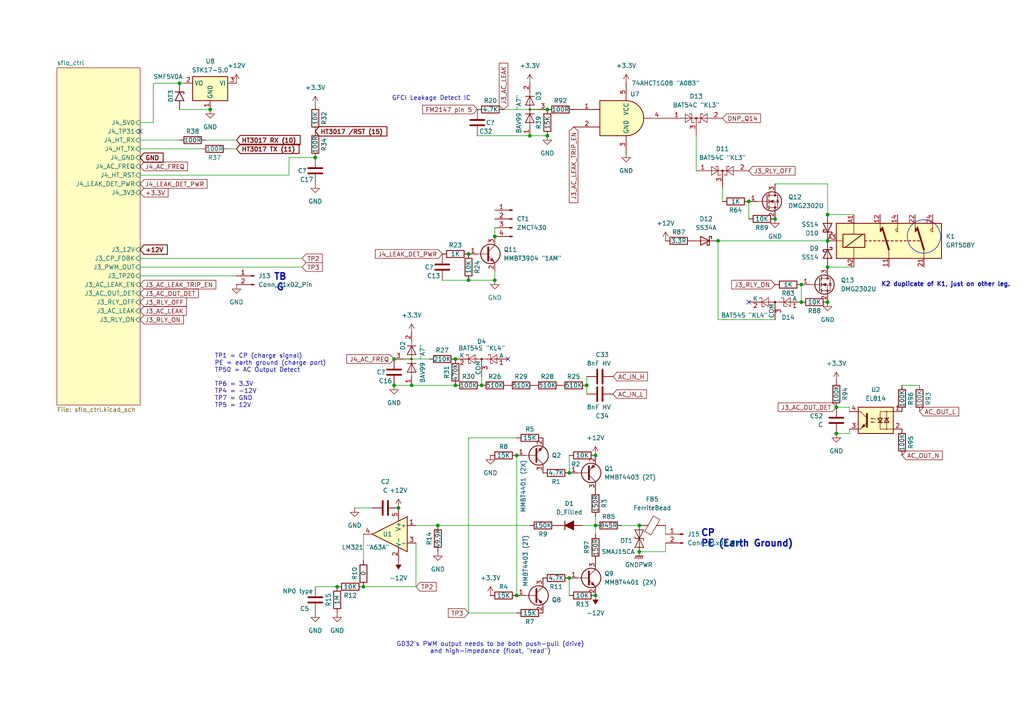
<source format=kicad_sch>
(kicad_sch (version 20250114) (generator "eeschema") (generator_version "9.0")
  (paper "A4")
  (lib_symbols
    (symbol "74xGxx:74AHCT1G08"
      (property "Reference" "U" (at -2.54 3.81 0))
      (property "Value" "74AHCT1G08" (at 0 -3.81 0))
      (symbol "74AHCT1G08_1_1"
        (pin input line (at -15.24 2.54 0) (length 7.62) (name "~") (number "1"))
        (pin input line (at -15.24 -2.54 0) (length 7.62) (name "~") (number "2"))
        (pin power_in line (at 0 10.16 270) (length 5.08) (name "VCC") (number "5"))
        (pin power_in line (at 0 -10.16 90) (length 5.08) (name "GND") (number "3"))
        (pin output line (at 12.7 0 180) (length 7.62) (name "~") (number "4"))
      )
    )
    (symbol "Amplifier_Operational:LM321" (pin_names (offset 0.127))
      (property "Reference" "U" (at 0 7.62 0))
      (property "Value" "LM321" (at 0 5.08 0))
      (symbol "LM321_1_1"
        (pin input line (at -7.62 2.54 0) (length 2.54) (name "+") (number "1"))
        (pin input line (at -7.62 -2.54 0) (length 2.54) (name "-") (number "3"))
        (pin power_in line (at -2.54 7.62 270) (length 3.81) (name "V+") (number "5"))
        (pin power_in line (at -2.54 -7.62 90) (length 3.81) (name "V-") (number "2"))
        (pin output line (at 7.62 0 180) (length 2.54) (name "~") (number "4"))
      )
    )
    (symbol "Connector:Conn_01x02_Pin" (pin_names (offset 1.016) (hide yes))
      (property "Reference" "J" (at 0 2.54 0))
      (property "Value" "Conn_01x02_Pin" (at 0 -5.08 0))
      (symbol "Conn_01x02_Pin_1_1"
        (pin passive line (at 5.08 0 180) (length 3.81) (name "Pin_1") (number "1"))
        (pin passive line (at 5.08 -2.54 180) (length 3.81) (name "Pin_2") (number "2"))
      )
    )
    (symbol "Connector:Conn_01x04_Pin" (pin_names (offset 1.016) (hide yes))
      (property "Reference" "J" (at 0 5.08 0))
      (property "Value" "Conn_01x04_Pin" (at 0 -7.62 0))
      (symbol "Conn_01x04_Pin_1_1"
        (pin passive line (at 5.08 2.54 180) (length 3.81) (name "Pin_1") (number "1"))
        (pin passive line (at 5.08 0 180) (length 3.81) (name "Pin_2") (number "2"))
        (pin passive line (at 5.08 -2.54 180) (length 3.81) (name "Pin_3") (number "3"))
        (pin passive line (at 5.08 -5.08 180) (length 3.81) (name "Pin_4") (number "4"))
      )
    )
    (symbol "Device:C" (pin_numbers (hide yes)) (pin_names (offset 0.254))
      (property "Reference" "C" (at 0.635 2.54 0))
      (property "Value" "C" (at 0.635 -2.54 0))
      (symbol "C_1_1"
        (pin passive line (at 0 3.81 270) (length 2.794) (name "~") (number "1"))
        (pin passive line (at 0 -3.81 90) (length 2.794) (name "~") (number "2"))
      )
    )
    (symbol "Device:D_Filled" (pin_numbers (hide yes)) (pin_names (offset 1.016) (hide yes))
      (property "Reference" "D" (at 0 2.54 0))
      (property "Value" "D_Filled" (at 0 -2.54 0))
      (symbol "D_Filled_1_1"
        (pin passive line (at -3.81 0 0) (length 2.54) (name "K") (number "1"))
        (pin passive line (at 3.81 0 180) (length 2.54) (name "A") (number "2"))
      )
    )
    (symbol "Device:D_Schottky" (pin_numbers (hide yes)) (pin_names (offset 1.016) (hide yes))
      (property "Reference" "D" (at 0 2.54 0))
      (property "Value" "D_Schottky" (at 0 -2.54 0))
      (symbol "D_Schottky_1_1"
        (pin passive line (at -3.81 0 0) (length 2.54) (name "K") (number "1"))
        (pin passive line (at 3.81 0 180) (length 2.54) (name "A") (number "2"))
      )
    )
    (symbol "Device:FerriteBead" (pin_numbers (hide yes)) (pin_names (offset 0))
      (property "Reference" "FB" (at -3.81 0.635 90))
      (property "Value" "FerriteBead" (at 3.81 0 90))
      (symbol "FerriteBead_1_1"
        (pin passive line (at 0 3.81 270) (length 2.54) (name "~") (number "1"))
        (pin passive line (at 0 -3.81 90) (length 2.54) (name "~") (number "2"))
      )
    )
    (symbol "Device:R" (pin_numbers (hide yes)) (pin_names (offset 0))
      (property "Reference" "R" (at 2.032 0 90))
      (property "Value" "R" (at 0 0 90))
      (symbol "R_1_1"
        (pin passive line (at 0 3.81 270) (length 1.27) (name "~") (number "1"))
        (pin passive line (at 0 -3.81 90) (length 1.27) (name "~") (number "2"))
      )
    )
    (symbol "Diode:BAT54C" (pin_names (offset 1.016))
      (property "Reference" "D" (at 0.635 -3.81 0))
      (property "Value" "BAT54C" (at -6.35 3.175 0))
      (symbol "BAT54C_1_1"
        (pin passive line (at -7.62 0 0) (length 3.81) (name "~") (number "1"))
        (pin passive line (at 0 -5.08 90) (length 5.08) (name "~") (number "3"))
        (pin passive line (at 7.62 0 180) (length 3.81) (name "~") (number "2"))
      )
    )
    (symbol "Diode:BAT54S" (pin_names (offset 0))
      (property "Reference" "D" (at 2.54 -5.08 0))
      (property "Value" "BAT54S" (at -6.35 3.175 0))
      (symbol "BAT54S_1_1"
        (pin passive line (at -7.62 0 0) (length 3.81) (name "A") (number "1"))
        (pin passive line (at 0 -5.08 90) (length 5.08) (name "COM") (number "3"))
        (pin passive line (at 7.62 0 180) (length 3.81) (name "K") (number "2"))
      )
    )
    (symbol "Diode:BAV99" (pin_names (hide yes))
      (property "Reference" "D" (at 0 5.08 0))
      (property "Value" "BAV99" (at 0 2.54 0))
      (symbol "BAV99_1_1"
        (pin passive line (at -7.62 0 0) (length 2.54) (name "K") (number "1"))
        (pin passive line (at 0 -5.08 90) (length 2.54) (name "K") (number "3"))
        (pin passive line (at 7.62 0 180) (length 2.54) (name "A") (number "2"))
      )
    )
    (symbol "Diode:SMAJ15CA" (pin_numbers (hide yes)) (pin_names (offset 1.016) (hide yes))
      (property "Reference" "D" (at 0 2.54 0))
      (property "Value" "SMAJ15CA" (at 0 -2.54 0))
      (symbol "SMAJ15CA_1_1"
        (pin passive line (at -3.81 0 0) (length 2.54) (name "A1") (number "1"))
        (pin passive line (at 3.81 0 180) (length 2.54) (name "A2") (number "2"))
      )
    )
    (symbol "Diode:SMF5V0A" (pin_numbers (hide yes)) (pin_names (offset 1.016) (hide yes))
      (property "Reference" "D" (at 0 2.54 0))
      (property "Value" "SMF5V0A" (at 0 -2.54 0))
      (symbol "SMF5V0A_1_1"
        (pin passive line (at -3.81 0 0) (length 2.54) (name "A1") (number "1"))
        (pin passive line (at 3.81 0 180) (length 2.54) (name "A2") (number "2"))
      )
    )
    (symbol "Diode:SS14" (pin_numbers (hide yes)) (pin_names (offset 1.016) (hide yes))
      (property "Reference" "D" (at 0 2.54 0))
      (property "Value" "SS14" (at 0 -2.54 0))
      (symbol "SS14_1_1"
        (pin passive line (at -3.81 0 0) (length 2.54) (name "K") (number "1"))
        (pin passive line (at 3.81 0 180) (length 2.54) (name "A") (number "2"))
      )
    )
    (symbol "Isolator:EL814" (pin_names (offset 1.016))
      (property "Reference" "U" (at -5.334 4.826 0))
      (property "Value" "EL814" (at 0 5.08 0))
      (symbol "EL814_1_1"
        (pin passive line (at -7.62 2.54 0) (length 2.54) (name "~") (number "1"))
        (pin passive line (at -7.62 -2.54 0) (length 2.54) (name "~") (number "2"))
        (pin passive line (at 7.62 2.54 180) (length 2.54) (name "~") (number "4"))
        (pin passive line (at 7.62 -2.54 180) (length 2.54) (name "~") (number "3"))
      )
    )
    (symbol "Regulator_Linear:AMS1117-3.3"
      (property "Reference" "U" (at -3.81 3.175 0))
      (property "Value" "AMS1117-3.3" (at 0 3.175 0))
      (symbol "AMS1117-3.3_1_1"
        (pin power_in line (at -7.62 0 0) (length 2.54) (name "VI") (number "3"))
        (pin power_in line (at 0 -7.62 90) (length 2.54) (name "GND") (number "1"))
        (pin power_out line (at 7.62 0 180) (length 2.54) (name "VO") (number "2"))
      )
    )
    (symbol "Relay:RT42xFxx"
      (property "Reference" "K" (at 16.51 3.81 0))
      (property "Value" "RT42xFxx" (at 16.51 1.27 0))
      (symbol "RT42xFxx_1_1"
        (pin passive line (at -17.78 0 0) (length 2.54) (name "~") (number "A3"))
        (pin passive line (at -10.16 7.62 270) (length 2.54) (name "~") (number "A1"))
        (pin passive line (at -10.16 -7.62 90) (length 2.54) (name "~") (number "A2"))
        (pin passive line (at -2.54 7.62 270) (length 2.54) (name "~") (number "12"))
        (pin passive line (at 0 -7.62 90) (length 2.54) (name "~") (number "11"))
        (pin passive line (at 2.54 7.62 270) (length 2.54) (name "~") (number "14"))
        (pin passive line (at 7.62 7.62 270) (length 2.54) (name "~") (number "22"))
        (pin passive line (at 10.16 -7.62 90) (length 2.54) (name "~") (number "21"))
        (pin passive line (at 12.7 7.62 270) (length 2.54) (name "~") (number "24"))
      )
    )
    (symbol "Transistor_BJT:MMBT3904" (pin_names (offset 0) (hide yes))
      (property "Reference" "Q" (at 5.08 1.905 0))
      (property "Value" "MMBT3904" (at 5.08 0 0))
      (symbol "MMBT3904_1_1"
        (pin input line (at -5.08 0 0) (length 2.54) (name "B") (number "1"))
        (pin passive line (at 2.54 5.08 270) (length 2.54) (name "C") (number "3"))
        (pin passive line (at 2.54 -5.08 90) (length 2.54) (name "E") (number "2"))
      )
    )
    (symbol "Transistor_BJT:MMBT3906" (pin_names (offset 0) (hide yes))
      (property "Reference" "Q" (at 5.08 1.905 0))
      (property "Value" "MMBT3906" (at 5.08 0 0))
      (symbol "MMBT3906_1_1"
        (pin input line (at -5.08 0 0) (length 2.54) (name "B") (number "1"))
        (pin passive line (at 2.54 5.08 270) (length 2.54) (name "C") (number "3"))
        (pin passive line (at 2.54 -5.08 90) (length 2.54) (name "E") (number "2"))
      )
    )
    (symbol "Transistor_FET:DMG2302U" (pin_names (offset 0) (hide yes))
      (property "Reference" "Q" (at 5.08 1.905 0))
      (property "Value" "DMG2302U" (at 5.08 0 0))
      (symbol "DMG2302U_1_1"
        (pin input line (at -5.08 0 0) (length 2.54) (name "G") (number "1"))
        (pin passive line (at 2.54 5.08 270) (length 2.54) (name "D") (number "3"))
        (pin passive line (at 2.54 -5.08 90) (length 2.54) (name "S") (number "2"))
      )
    )
    (symbol "power:+12V" (power) (pin_numbers (hide yes)) (pin_names (offset 0) (hide yes))
      (property "Value" "+12V" (at 0 3.556 0))
      (symbol "+12V_1_1"
        (pin power_in line (at 0 0 90) (length 0) (name "~") (number "1"))
      )
    )
    (symbol "power:+3.3V" (power) (pin_numbers (hide yes)) (pin_names (offset 0) (hide yes))
      (property "Value" "+3.3V" (at 0 3.556 0))
      (symbol "+3.3V_1_1"
        (pin power_in line (at 0 0 90) (length 0) (name "~") (number "1"))
      )
    )
    (symbol "power:-12V" (power) (pin_numbers (hide yes)) (pin_names (offset 0) (hide yes))
      (property "Value" "-12V" (at 0 3.556 0))
      (symbol "-12V_0_0"
        (pin power_in line (at 0 0 90) (length 0) (name "~") (number "1"))
      )
    )
    (symbol "power:GND" (power) (pin_numbers (hide yes)) (pin_names (offset 0) (hide yes))
      (property "Value" "GND" (at 0 -3.81 0))
      (symbol "GND_1_1"
        (pin power_in line (at 0 0 270) (length 0) (name "~") (number "1"))
      )
    )
    (symbol "power:GNDPWR" (power) (pin_numbers (hide yes)) (pin_names (offset 0) (hide yes))
      (property "Value" "GNDPWR" (at 0 -3.302 0))
      (symbol "GNDPWR_1_1"
        (pin power_in line (at 0 0 270) (length 0) (name "~") (number "1"))
      )
    )
  )
  (circle (center 267.97 68.58) (radius 4.836) (fill (type color)))
  (text "K2 duplicate of K1, just on other leg." (at 274.32 82.55 0) (effects (font (size 1.27 1.27) (thickness 0.254) (bold yes))))
  (text "GFCI Leakage Detect IC" (at 125.095 28.575 0) (effects (font (size 1.27 1.27))))
  (text "CP\nPE (Earth Ground)" (at 203.2 156.21 0) (effects (font (size 1.905 1.905) (thickness 0.381) (bold yes)) (justify left)))
  (text "TB\nG" (at 81.28 81.915 0) (effects (font (size 1.905 1.905) (thickness 0.381) (bold yes))))
  (text "GD32's PWM output needs to be both push-pull (drive)\nand high-impedance (float, \"read\")" (at 142.24 187.96 0) (effects (font (size 1.27 1.27))))
  (text "TP1 = CP (charge signal)\nPE = earth ground (charge port)\nTP50 = AC Output Detect\n\nTP6 = 3.3V\nTP4 = -12V\nTP7 = GND\nTP5 = 12V" (at 62.23 110.49 0) (effects (font (size 1.27 1.27)) (justify left)))
  (junction (at 172.72 172.72))
  (junction (at 149.86 172.72))
  (junction (at 119.38 111.76))
  (junction (at 158.75 31.75))
  (junction (at 240.03 69.85))
  (junction (at 158.75 39.37))
  (junction (at 149.86 132.08))
  (junction (at 132.08 111.76))
  (junction (at 224.79 63.5))
  (junction (at 242.57 118.11))
  (junction (at 91.44 45.72))
  (junction (at 114.3 104.14))
  (junction (at 135.89 81.28))
  (junction (at 105.41 170.18))
  (junction (at 240.03 62.23))
  (junction (at 143.51 68.58))
  (junction (at 115.57 147.32))
  (junction (at 135.89 73.66))
  (junction (at 97.79 170.18))
  (junction (at 165.1 167.64))
  (junction (at 127 152.4))
  (junction (at 132.08 104.14))
  (junction (at 153.67 39.37))
  (junction (at 172.72 152.4))
  (junction (at 114.3 111.76))
  (junction (at 172.72 132.08))
  (junction (at 217.17 58.42))
  (junction (at 52.07 24.13))
  (junction (at 165.1 137.16))
  (junction (at 232.41 82.55))
  (junction (at 185.42 152.4))
  (junction (at 170.18 111.76))
  (junction (at 240.03 77.47))
  (junction (at 240.03 87.63))
  (junction (at 143.51 81.28))
  (junction (at 185.42 160.02))
  (junction (at 60.96 31.75))
  (junction (at 242.57 125.73))
  (junction (at 208.28 69.85))
  (junction (at 139.7 111.76))
  (junction (at 232.41 87.63))
  (no_connect (at 40.64 38.1))
  (no_connect (at 147.32 104.14))
  (no_connect (at 217.17 87.63))
  (wire (pts (xy 242.57 118.11) (xy 246.38 118.11)))
  (wire (pts (xy 224.79 92.71) (xy 208.28 92.71)))
  (wire (pts (xy 139.7 109.22) (xy 139.7 111.76)))
  (wire (pts (xy 52.07 31.75) (xy 60.96 31.75)))
  (wire (pts (xy 40.64 35.56) (xy 44.45 35.56)))
  (wire (pts (xy 153.67 39.37) (xy 158.75 39.37)))
  (wire (pts (xy 40.64 77.47) (xy 87.63 77.47)))
  (wire (pts (xy 246.38 118.11) (xy 246.38 119.38)))
  (wire (pts (xy 40.64 43.18) (xy 58.42 43.18)))
  (wire (pts (xy 120.65 157.48) (xy 120.65 170.18)))
  (wire (pts (xy 128.27 81.28) (xy 135.89 81.28)))
  (wire (pts (xy 83.82 45.72) (xy 91.44 45.72)))
  (wire (pts (xy 172.72 149.86) (xy 172.72 152.4)))
  (wire (pts (xy 135.89 127) (xy 149.86 127)))
  (wire (pts (xy 165.1 167.64) (xy 165.1 172.72)))
  (wire (pts (xy 119.38 111.76) (xy 132.08 111.76)))
  (wire (pts (xy 172.72 152.4) (xy 172.72 154.94)))
  (wire (pts (xy 165.1 132.08) (xy 165.1 137.16)))
  (wire (pts (xy 40.64 50.8) (xy 83.82 50.8)))
  (wire (pts (xy 240.03 77.47) (xy 247.65 77.47)))
  (wire (pts (xy 40.64 80.01) (xy 68.58 80.01)))
  (wire (pts (xy 217.17 58.42) (xy 217.17 63.5)))
  (wire (pts (xy 209.55 54.61) (xy 209.55 58.42)))
  (wire (pts (xy 44.45 35.56) (xy 44.45 24.13)))
  (wire (pts (xy 232.41 82.55) (xy 232.41 87.63)))
  (wire (pts (xy 59.69 40.64) (xy 68.58 40.64)))
  (wire (pts (xy 146.05 31.75) (xy 158.75 31.75)))
  (wire (pts (xy 66.04 43.18) (xy 68.58 43.18)))
  (wire (pts (xy 143.51 66.04) (xy 143.51 68.58)))
  (wire (pts (xy 149.86 132.08) (xy 149.86 172.72)))
  (wire (pts (xy 242.57 125.73) (xy 246.38 125.73)))
  (wire (pts (xy 120.65 170.18) (xy 105.41 170.18)))
  (wire (pts (xy 135.89 177.8) (xy 135.89 127)))
  (wire (pts (xy 208.28 92.71) (xy 208.28 69.85)))
  (wire (pts (xy 143.51 81.28) (xy 143.51 78.74)))
  (wire (pts (xy 168.91 152.4) (xy 172.72 152.4)))
  (wire (pts (xy 114.3 104.14) (xy 124.46 104.14)))
  (wire (pts (xy 91.44 170.18) (xy 97.79 170.18)))
  (wire (pts (xy 201.93 39.37) (xy 201.93 49.53)))
  (wire (pts (xy 40.64 40.64) (xy 52.07 40.64)))
  (wire (pts (xy 180.34 152.4) (xy 185.42 152.4)))
  (wire (pts (xy 83.82 50.8) (xy 83.82 45.72)))
  (wire (pts (xy 246.38 125.73) (xy 246.38 124.46)))
  (wire (pts (xy 52.07 24.13) (xy 53.34 24.13)))
  (wire (pts (xy 44.45 24.13) (xy 52.07 24.13)))
  (wire (pts (xy 208.28 69.85) (xy 240.03 69.85)))
  (wire (pts (xy 240.03 53.34) (xy 240.03 62.23)))
  (wire (pts (xy 102.87 147.32) (xy 107.95 147.32)))
  (wire (pts (xy 138.43 39.37) (xy 153.67 39.37)))
  (wire (pts (xy 135.89 177.8) (xy 149.86 177.8)))
  (wire (pts (xy 240.03 62.23) (xy 247.65 62.23)))
  (wire (pts (xy 193.04 152.4) (xy 193.04 154.94)))
  (wire (pts (xy 185.42 160.02) (xy 193.04 160.02)))
  (wire (pts (xy 40.64 74.93) (xy 87.63 74.93)))
  (wire (pts (xy 105.41 162.56) (xy 105.41 154.94)))
  (wire (pts (xy 170.18 109.22) (xy 170.18 111.76)))
  (wire (pts (xy 135.89 81.28) (xy 143.51 81.28)))
  (wire (pts (xy 120.65 152.4) (xy 127 152.4)))
  (wire (pts (xy 193.04 157.48) (xy 193.04 160.02)))
  (wire (pts (xy 114.3 111.76) (xy 119.38 111.76)))
  (wire (pts (xy 224.79 53.34) (xy 240.03 53.34)))
  (wire (pts (xy 127 152.4) (xy 153.67 152.4)))
  (wire (pts (xy 261.62 111.76) (xy 266.7 111.76)))
  (wire (pts (xy 170.18 111.76) (xy 170.18 114.3)))
  (global_label "TP2" (shape input) (at 120.65 170.18 0) (property "Intersheetrefs" "${INTERSHEET_REFS}" (effects (hide yes))))
  (global_label "TP3" (shape input) (at 135.89 177.8 180) (property "Intersheetrefs" "${INTERSHEET_REFS}" (effects (hide yes))))
  (global_label "TP2" (shape input) (at 87.63 74.93 0) (property "Intersheetrefs" "${INTERSHEET_REFS}" (effects (hide yes))))
  (global_label "J4_AC_FREQ" (shape input) (at 40.64 48.26 0) (property "Intersheetrefs" "${INTERSHEET_REFS}" (effects (hide yes))))
  (global_label "J3_AC_OUT_DET" (shape input) (at 40.64 85.09 0) (property "Intersheetrefs" "${INTERSHEET_REFS}" (effects (hide yes))))
  (global_label "AC_IN_H" (shape input) (at 177.8 109.22 0) (property "Intersheetrefs" "${INTERSHEET_REFS}" (effects (hide yes))))
  (global_label "J3_AC_OUT_DET" (shape input) (at 242.57 118.11 180) (property "Intersheetrefs" "${INTERSHEET_REFS}" (effects (hide yes))))
  (global_label "HT3017 {slash}RST (15)" (shape input) (at 91.44 38.1 0) (effects (font (thickness 0.254) (bold yes))) (property "Intersheetrefs" "${INTERSHEET_REFS}" (effects (hide yes))))
  (global_label "J3_AC_LEAK" (shape input) (at 146.05 31.75 90) (property "Intersheetrefs" "${INTERSHEET_REFS}" (effects (hide yes))))
  (global_label "J3_AC_LEAK_TRIP_EN" (shape input) (at 40.64 82.55 0) (property "Intersheetrefs" "${INTERSHEET_REFS}" (effects (hide yes))))
  (global_label "FM2147 pin 5" (shape input) (at 138.43 31.75 180) (property "Intersheetrefs" "${INTERSHEET_REFS}" (effects (hide yes))))
  (global_label "AC_OUT_N" (shape input) (at 261.62 132.08 0) (property "Intersheetrefs" "${INTERSHEET_REFS}" (effects (hide yes))))
  (global_label "J3_RLY_OFF" (shape input) (at 217.17 49.53 0) (property "Intersheetrefs" "${INTERSHEET_REFS}" (effects (hide yes))))
  (global_label "HT3017 RX (10)" (shape input) (at 68.58 40.64 0) (effects (font (thickness 0.254) (bold yes))) (property "Intersheetrefs" "${INTERSHEET_REFS}" (effects (hide yes))))
  (global_label "+12V" (shape input) (at 40.64 72.39 0) (effects (font (thickness 0.254) (bold yes))) (property "Intersheetrefs" "${INTERSHEET_REFS}" (effects (hide yes))))
  (global_label "J4_LEAK_DET_PWR" (shape input) (at 40.64 53.34 0) (property "Intersheetrefs" "${INTERSHEET_REFS}" (effects (hide yes))))
  (global_label "AC_OUT_L" (shape input) (at 266.7 119.38 0) (property "Intersheetrefs" "${INTERSHEET_REFS}" (effects (hide yes))))
  (global_label "J3_AC_LEAK_TRIP_EN" (shape input) (at 166.37 36.83 270) (property "Intersheetrefs" "${INTERSHEET_REFS}" (effects (hide yes))))
  (global_label "AC_IN_L" (shape input) (at 177.8 114.3 0) (property "Intersheetrefs" "${INTERSHEET_REFS}" (effects (hide yes))))
  (global_label "TP3" (shape input) (at 87.63 77.47 0) (property "Intersheetrefs" "${INTERSHEET_REFS}" (effects (hide yes))))
  (global_label "J3_RLY_ON" (shape input) (at 224.79 82.55 180) (property "Intersheetrefs" "${INTERSHEET_REFS}" (effects (hide yes))))
  (global_label "J3_RLY_OFF" (shape input) (at 40.64 87.63 0) (property "Intersheetrefs" "${INTERSHEET_REFS}" (effects (hide yes))))
  (global_label "J3_RLY_ON" (shape input) (at 40.64 92.71 0) (property "Intersheetrefs" "${INTERSHEET_REFS}" (effects (hide yes))))
  (global_label "J4_AC_FREQ" (shape input) (at 114.3 104.14 180) (property "Intersheetrefs" "${INTERSHEET_REFS}" (effects (hide yes))))
  (global_label "J4_LEAK_DET_PWR" (shape input) (at 128.27 73.66 180) (property "Intersheetrefs" "${INTERSHEET_REFS}" (effects (hide yes))))
  (global_label "J3_AC_LEAK" (shape input) (at 40.64 90.17 0) (property "Intersheetrefs" "${INTERSHEET_REFS}" (effects (hide yes))))
  (global_label "DNP_Q14" (shape input) (at 209.55 34.29 0) (property "Intersheetrefs" "${INTERSHEET_REFS}" (effects (hide yes))))
  (global_label "HT3017 TX (11)" (shape input) (at 68.58 43.18 0) (effects (font (thickness 0.254) (bold yes))) (property "Intersheetrefs" "${INTERSHEET_REFS}" (effects (hide yes))))
  (global_label "+3.3V" (shape input) (at 40.64 55.88 0) (property "Intersheetrefs" "${INTERSHEET_REFS}" (effects (hide yes))))
  (global_label "GND" (shape input) (at 40.64 45.72 0) (effects (font (thickness 0.254) (bold yes))) (property "Intersheetrefs" "${INTERSHEET_REFS}" (effects (hide yes))))
  (symbol (lib_id "power:+12V") (at 115.57 147.32 0) (mirror y) (unit 1)
    (property "Reference" "#PWR06" (effects (hide yes)))
    (property "Value" "+12V" (at 115.57 142.24 0))
    (property "Description" "Power symbol creates a global label with name \"+12V\"" (effects (hide yes)))
  )
  (symbol (lib_id "Device:C") (at 138.43 35.56 0) (unit 1)
    (property "Reference" "C32" (at 142.875 38.1 0) (effects (justify right)))
    (property "Value" "C?" (at 143.51 35.56 0) (effects (justify right)))
    (property "Description" "Unpolarized capacitor" (effects (hide yes)))
  )
  (symbol (lib_id "Connector:Conn_01x02_Pin") (at 198.12 154.94 0) (mirror y) (unit 1)
    (property "Reference" "J15" (at 199.39 154.9399 0) (effects (justify right)))
    (property "Value" "Conn_01x02_Pin" (at 199.39 157.4799 0) (effects (justify right)))
    (property "Description" "Generic connector, single row, 01x02, script generated" (effects (hide yes)))
  )
  (symbol (lib_id "power:GND") (at 158.75 39.37 0) (unit 1)
    (property "Reference" "#PWR07" (effects (hide yes)))
    (property "Value" "GND" (at 158.75 44.45 0))
    (property "Description" "Power symbol creates a global label with name \"GND\" , ground" (effects (hide yes)))
  )
  (symbol (lib_id "power:+3.3V") (at 142.24 172.72 0) (unit 1)
    (property "Reference" "#PWR021" (effects (hide yes)))
    (property "Value" "+3.3V" (at 142.24 167.64 0))
    (property "Description" "Power symbol creates a global label with name \"+3.3V\"" (effects (hide yes)))
  )
  (symbol (lib_id "power:GND") (at 102.87 147.32 0) (unit 1)
    (property "Reference" "#PWR025" (effects (hide yes)))
    (property "Value" "GND" (at 102.87 152.4 0))
    (property "Description" "Power symbol creates a global label with name \"GND\" , ground" (effects (hide yes)))
  )
  (symbol (lib_id "Device:R") (at 161.29 167.64 90) (unit 1)
    (property "Reference" "R11" (at 161.29 170.18 90))
    (property "Value" "4.7K" (at 161.29 167.64 90))
    (property "Description" "Resistor" (effects (hide yes)))
  )
  (symbol (lib_id "Connector:Conn_01x02_Pin") (at 73.66 80.01 0) (mirror y) (unit 1)
    (property "Reference" "J13" (at 74.93 80.0099 0) (effects (justify right)))
    (property "Value" "Conn_01x02_Pin" (at 74.93 82.5499 0) (effects (justify right)))
    (property "Description" "Generic connector, single row, 01x02, script generated" (effects (hide yes)))
  )
  (symbol (lib_id "power:GNDPWR") (at 185.42 160.02 0) (unit 1)
    (property "Reference" "#PWR016" (effects (hide yes)))
    (property "Value" "GNDPWR" (at 185.293 163.83 0))
    (property "Description" "Power symbol creates a global label with name \"GNDPWR\" , global ground" (effects (hide yes)))
  )
  (symbol (lib_id "Device:R") (at 172.72 158.75 180) (unit 1)
    (property "Reference" "R97" (at 170.18 158.75 90))
    (property "Value" "150R" (at 172.72 158.75 90))
    (property "Description" "Resistor" (effects (hide yes)))
  )
  (symbol (lib_id "Device:R") (at 220.98 63.5 90) (unit 1)
    (property "Reference" "R89" (at 220.98 66.04 90))
    (property "Value" "10K" (at 220.98 63.5 90))
    (property "Description" "Resistor" (effects (hide yes)))
  )
  (symbol (lib_id "Device:C") (at 242.57 121.92 0) (unit 1)
    (property "Reference" "C52" (at 238.76 120.6499 0) (effects (justify right)))
    (property "Value" "C" (at 238.76 123.1899 0) (effects (justify right)))
    (property "Description" "Unpolarized capacitor" (effects (hide yes)))
  )
  (symbol (lib_id "Device:R") (at 97.79 173.99 0) (mirror y) (unit 1)
    (property "Reference" "R15" (at 95.25 173.99 90))
    (property "Value" "1M" (at 97.79 173.99 90))
    (property "Description" "Resistor" (effects (hide yes)))
  )
  (symbol (lib_id "power:+12V") (at 193.04 69.85 0) (unit 1)
    (property "Reference" "#PWR09" (effects (hide yes)))
    (property "Value" "+12V" (at 193.04 64.77 0))
    (property "Description" "Power symbol creates a global label with name \"+12V\"" (effects (hide yes)))
  )
  (symbol (lib_id "Device:R") (at 143.51 111.76 270) (unit 1)
    (property "Reference" "R26" (at 143.51 109.22 90))
    (property "Value" "510K" (at 143.51 111.76 90))
    (property "Description" "Resistor" (effects (hide yes)))
  )
  (symbol (lib_id "Diode:SS14") (at 240.03 66.04 270) (mirror x) (unit 1)
    (property "Reference" "D10" (at 237.49 67.6276 90) (effects (justify right)))
    (property "Value" "SS14" (at 237.49 65.0876 90) (effects (justify right)))
    (property "Footprint" "Diode_SMD:D_SMA" (effects (hide yes)))
    (property "Datasheet" "https://www.vishay.com/docs/88746/ss12.pdf" (effects (hide yes)))
    (property "Description" "40V 1A Schottky Diode, SMA" (effects (hide yes)))
  )
  (symbol (lib_id "Device:R") (at 176.53 152.4 90) (unit 1)
    (property "Reference" "R85" (at 176.53 149.86 90))
    (property "Value" "845R" (at 176.53 152.4 90))
    (property "Description" "Resistor" (effects (hide yes)))
  )
  (symbol (lib_id "Device:R") (at 162.56 31.75 90) (unit 1)
    (property "Reference" "R92" (at 162.56 29.21 90))
    (property "Value" "100R" (at 162.56 31.75 90))
    (property "Description" "Resistor" (effects (hide yes)))
  )
  (symbol (lib_id "Device:R") (at 261.62 128.27 0) (mirror x) (unit 1)
    (property "Reference" "R95" (at 264.16 126.365 90) (effects (justify left)))
    (property "Value" "100K" (at 261.62 125.73 90) (effects (justify left)))
    (property "Description" "Resistor" (effects (hide yes)))
  )
  (symbol (lib_id "Device:C") (at 173.99 114.3 90) (unit 1)
    (property "Reference" "C34" (at 172.72 120.65 90) (effects (justify right)))
    (property "Value" "8nF HV" (at 170.18 118.11 90) (effects (justify right)))
    (property "Description" "Unpolarized capacitor" (effects (hide yes)))
  )
  (symbol (lib_id "power:GND") (at 60.96 31.75 0) (unit 1)
    (property "Reference" "#PWR014" (effects (hide yes)))
    (property "Value" "GND" (at 60.96 36.83 0))
    (property "Description" "Power symbol creates a global label with name \"GND\" , ground" (effects (hide yes)))
  )
  (symbol (lib_id "Transistor_BJT:MMBT3904") (at 140.97 73.66 0) (unit 1)
    (property "Reference" "Q11" (at 146.05 72.3899 0) (effects (justify left)))
    (property "Value" "MMBT3904 \"1AM\"" (at 146.05 74.9299 0) (effects (justify left)))
    (property "Footprint" "Package_TO_SOT_SMD:SOT-23" (effects (hide yes)))
    (property "Datasheet" "https://www.onsemi.com/pdf/datasheet/pzt3904-d.pdf" (effects (hide yes)))
    (property "Description" "0.2A Ic, 40V Vce, Small Signal NPN Transistor, SOT-23" (effects (hide yes)))
  )
  (symbol (lib_id "Transistor_BJT:MMBT3906") (at 170.18 137.16 0) (mirror x) (unit 1)
    (property "Reference" "Q1" (at 175.26 135.89 0) (effects (justify left)))
    (property "Value" "MMBT4403 (2T)" (at 175.26 138.43 0) (effects (justify left)))
    (property "Footprint" "Package_TO_SOT_SMD:SOT-23" (effects (hide yes)))
    (property "Datasheet" "https://www.onsemi.com/pdf/datasheet/pzt3906-d.pdf" (effects (hide yes)))
    (property "Description" "-0.2A Ic, -40V Vce, Small Signal PNP Transistor, SOT-23" (effects (hide yes)))
  )
  (symbol (lib_id "power:+3.3V") (at 119.38 96.52 0) (unit 1)
    (property "Reference" "#PWR028" (effects (hide yes)))
    (property "Value" "+3.3V" (at 119.38 91.44 0))
    (property "Description" "Power symbol creates a global label with name \"+3.3V\"" (effects (hide yes)))
  )
  (symbol (lib_id "Diode:BAT54S") (at 139.7 104.14 0) (mirror y) (unit 1)
    (property "Reference" "D4" (at 139.7 99.06 0))
    (property "Value" "BAT54S \"KL4\"" (at 139.7 100.965 0))
    (property "Footprint" "Package_TO_SOT_SMD:SOT-23" (effects (hide yes)))
    (property "Datasheet" "https://www.diodes.com/assets/Datasheets/ds11005.pdf" (effects (hide yes)))
    (property "Description" "Vr 30V, If 200mA, Dual schottky barrier diode, in series, SOT-323" (effects (hide yes)))
  )
  (symbol (lib_id "Connector:Conn_01x04_Pin") (at 148.59 63.5 0) (mirror y) (unit 1)
    (property "Reference" "CT1" (at 149.86 63.4999 0) (effects (justify right)))
    (property "Value" "ZMCT430" (at 149.86 66.0399 0) (effects (justify right)))
    (property "Description" "Generic connector, single row, 01x04, script generated" (effects (hide yes)))
  )
  (symbol (lib_id "power:GND") (at 142.24 132.08 0) (unit 1)
    (property "Reference" "#PWR019" (effects (hide yes)))
    (property "Value" "GND" (at 142.24 137.16 0))
    (property "Description" "Power symbol creates a global label with name \"GND\" , ground" (effects (hide yes)))
  )
  (symbol (lib_id "Device:R") (at 132.08 107.95 180) (unit 1)
    (property "Reference" "R31" (at 129.54 107.95 90))
    (property "Value" "470K" (at 132.08 107.95 90))
    (property "Description" "Resistor" (effects (hide yes)))
  )
  (symbol (lib_id "power:+12V") (at 172.72 132.08 0) (unit 1)
    (property "Reference" "#PWR017" (effects (hide yes)))
    (property "Value" "+12V" (at 172.72 127 0))
    (property "Description" "Power symbol creates a global label with name \"+12V\"" (effects (hide yes)))
  )
  (symbol (lib_id "Device:R") (at 242.57 114.3 0) (unit 1)
    (property "Reference" "R94" (at 245.11 116.205 90) (effects (justify left)))
    (property "Value" "100K" (at 242.57 116.84 90) (effects (justify left)))
    (property "Description" "Resistor" (effects (hide yes)))
  )
  (symbol (lib_id "Amplifier_Operational:LM321") (at 113.03 154.94 0) (mirror y) (unit 1)
    (property "Reference" "U1" (at 112.395 154.94 0))
    (property "Value" "LM321 \"A63A\"" (at 106.045 158.75 0))
    (property "Footprint" "Package_TO_SOT_SMD:SOT-23-5" (effects (hide yes)))
    (property "Datasheet" "http://www.ti.com/lit/ds/symlink/lm321.pdf" (effects (hide yes)))
    (property "Description" "Low Power Single Operational Amplifier, SOT-23-5" (effects (hide yes)))
  )
  (symbol (lib_id "Device:R") (at 105.41 166.37 0) (mirror x) (unit 1)
    (property "Reference" "R10" (at 102.87 168.275 90) (effects (justify right)))
    (property "Value" "0" (at 105.41 167.005 90) (effects (justify right)))
    (property "Description" "Resistor" (effects (hide yes)))
  )
  (symbol (lib_id "Transistor_BJT:MMBT3906") (at 154.94 172.72 0) (unit 1)
    (property "Reference" "Q8" (at 160.02 173.99 0) (effects (justify left)))
    (property "Value" "MMBT4403 (2T)" (at 152.4 170.18 90) (effects (justify left)))
    (property "Footprint" "Package_TO_SOT_SMD:SOT-23" (effects (hide yes)))
    (property "Datasheet" "https://www.onsemi.com/pdf/datasheet/pzt3906-d.pdf" (effects (hide yes)))
    (property "Description" "-0.2A Ic, -40V Vce, Small Signal PNP Transistor, SOT-23" (effects (hide yes)))
  )
  (symbol (lib_id "Device:R") (at 91.44 34.29 180) (unit 1)
    (property "Reference" "R32" (at 93.98 34.29 90))
    (property "Value" "10K" (at 91.44 34.29 90))
    (property "Description" "Resistor" (effects (hide yes)))
  )
  (symbol (lib_id "power:GND") (at 127 160.02 0) (unit 1)
    (property "Reference" "#PWR024" (effects (hide yes)))
    (property "Value" "GND" (at 127 165.1 0))
    (property "Description" "Power symbol creates a global label with name \"GND\" , ground" (effects (hide yes)))
  )
  (symbol (lib_id "Device:R") (at 158.75 35.56 180) (unit 1)
    (property "Reference" "R39" (at 156.21 35.56 90))
    (property "Value" "15K" (at 158.75 35.56 90))
    (property "Description" "Resistor" (effects (hide yes)))
  )
  (symbol (lib_id "Transistor_BJT:MMBT3904") (at 170.18 167.64 0) (unit 1)
    (property "Reference" "Q9" (at 175.26 166.3699 0) (effects (justify left)))
    (property "Value" "MMBT4401 (2X)" (at 175.26 168.91 0) (effects (justify left)))
    (property "Footprint" "Package_TO_SOT_SMD:SOT-23" (effects (hide yes)))
    (property "Datasheet" "https://www.onsemi.com/pdf/datasheet/pzt3904-d.pdf" (effects (hide yes)))
    (property "Description" "0.2A Ic, 40V Vce, Small Signal NPN Transistor, SOT-23" (effects (hide yes)))
  )
  (symbol (lib_id "power:-12V") (at 115.57 162.56 180) (unit 1)
    (property "Reference" "#PWR020" (effects (hide yes)))
    (property "Value" "-12V" (at 115.57 167.64 0))
    (property "Description" "Power symbol creates a global label with name \"-12V\"" (effects (hide yes)))
  )
  (symbol (lib_id "Diode:BAT54S") (at 224.79 87.63 0) (mirror y) (unit 1)
    (property "Reference" "D14" (at 228.6 92.075 0))
    (property "Value" "BAT54S \"KL4\"" (at 215.9 91.44 0))
    (property "Footprint" "Package_TO_SOT_SMD:SOT-23" (effects (hide yes)))
    (property "Datasheet" "https://www.diodes.com/assets/Datasheets/ds11005.pdf" (effects (hide yes)))
    (property "Description" "Vr 30V, If 200mA, Dual schottky barrier diode, in series, SOT-323" (effects (hide yes)))
  )
  (symbol (lib_id "Device:R") (at 132.08 73.66 90) (unit 1)
    (property "Reference" "R23" (at 132.08 71.12 90))
    (property "Value" "1K" (at 132.08 73.66 90))
    (property "Description" "Resistor" (effects (hide yes)))
  )
  (symbol (lib_id "Diode:BAT54C") (at 209.55 49.53 0) (unit 1)
    (property "Reference" "D11" (at 209.55 43.18 0))
    (property "Value" "BAT54C \"KL3\"" (at 209.55 45.72 0))
    (property "Footprint" "Package_TO_SOT_SMD:SOT-23" (effects (hide yes)))
    (property "Datasheet" "http://www.diodes.com/_files/datasheets/ds11005.pdf" (effects (hide yes)))
    (property "Description" "dual schottky barrier diode, common cathode" (effects (hide yes)))
  )
  (symbol (lib_id "Transistor_FET:DMG2302U") (at 222.25 58.42 0) (unit 1)
    (property "Reference" "Q12" (at 228.6 57.1499 0) (effects (justify left)))
    (property "Value" "DMG2302U" (at 228.6 59.6899 0) (effects (justify left)))
    (property "Footprint" "Package_TO_SOT_SMD:SOT-23" (effects (hide yes)))
    (property "Datasheet" "http://www.diodes.com/assets/Datasheets/DMG2302U.pdf" (effects (hide yes)))
    (property "Description" "4.2A Id, 20V Vds, N-Channel MOSFET, SOT-23" (effects (hide yes)))
  )
  (symbol (lib_id "Device:R") (at 158.75 111.76 270) (unit 1)
    (property "Reference" "R28" (at 158.75 109.22 90))
    (property "Value" "510K" (at 158.75 111.76 90))
    (property "Description" "Resistor" (effects (hide yes)))
  )
  (symbol (lib_id "Transistor_FET:DMG2302U") (at 237.49 82.55 0) (unit 1)
    (property "Reference" "Q13" (at 243.84 81.2799 0) (effects (justify left)))
    (property "Value" "DMG2302U" (at 243.84 83.8199 0) (effects (justify left)))
    (property "Footprint" "Package_TO_SOT_SMD:SOT-23" (effects (hide yes)))
    (property "Datasheet" "http://www.diodes.com/assets/Datasheets/DMG2302U.pdf" (effects (hide yes)))
    (property "Description" "4.2A Id, 20V Vds, N-Channel MOSFET, SOT-23" (effects (hide yes)))
  )
  (symbol (lib_id "power:GND") (at 97.79 177.8 0) (unit 1)
    (property "Reference" "#PWR022" (effects (hide yes)))
    (property "Value" "GND" (at 97.79 182.88 0))
    (property "Description" "Power symbol creates a global label with name \"GND\" , ground" (effects (hide yes)))
  )
  (symbol (lib_id "74xGxx:74AHCT1G08") (at 181.61 34.29 0) (unit 1)
    (property "Reference" "U7" (at 184.15 27.305 0))
    (property "Value" "74AHCT1G08 \"A083\"" (at 193.04 24.13 0))
    (property "Footprint" "Package_TO_SOT_SMD:SOT-23-5" (effects (hide yes)))
    (property "Datasheet" "http://www.ti.com/lit/sg/scyt129e/scyt129e.pdf" (effects (hide yes)))
    (property "Description" "Single AND Gate, Low-Voltage CMOS" (effects (hide yes)))
  )
  (symbol (lib_id "Device:R") (at 153.67 177.8 270) (mirror x) (unit 1)
    (property "Reference" "R7" (at 153.67 180.34 90))
    (property "Value" "15K" (at 153.67 177.8 90))
    (property "Description" "Resistor" (effects (hide yes)))
  )
  (symbol (lib_id "Device:R") (at 146.05 132.08 90) (mirror x) (unit 1)
    (property "Reference" "R8" (at 146.05 129.54 90))
    (property "Value" "15K" (at 146.05 132.08 90))
    (property "Description" "Resistor" (effects (hide yes)))
  )
  (symbol (lib_id "Isolator:EL814") (at 254 121.92 0) (mirror y) (unit 1)
    (property "Reference" "U2" (at 254 113.03 0))
    (property "Value" "EL814" (at 254 115.57 0))
    (property "Datasheet" "http://www.everlight.com/file/ProductFile/EL814.pdf" (effects (hide yes)))
    (property "Description" "AC/DC NPN Optocoupler, DIP4/SMD4" (effects (hide yes)))
  )
  (symbol (lib_id "Diode:SS14") (at 240.03 73.66 270) (unit 1)
    (property "Reference" "D9" (at 237.49 72.0724 90) (effects (justify right)))
    (property "Value" "SS14" (at 237.49 74.6124 90) (effects (justify right)))
    (property "Footprint" "Diode_SMD:D_SMA" (effects (hide yes)))
    (property "Datasheet" "https://www.vishay.com/docs/88746/ss12.pdf" (effects (hide yes)))
    (property "Description" "40V 1A Schottky Diode, SMA" (effects (hide yes)))
  )
  (symbol (lib_id "Device:C") (at 128.27 77.47 0) (mirror y) (unit 1)
    (property "Reference" "C13" (at 123.825 80.01 0) (effects (justify right)))
    (property "Value" "C?" (at 123.19 77.47 0) (effects (justify right)))
    (property "Description" "Unpolarized capacitor" (effects (hide yes)))
  )
  (symbol (lib_id "Device:R") (at 55.88 40.64 90) (unit 1)
    (property "Reference" "R38" (at 55.88 38.1 90))
    (property "Value" "100R" (at 55.88 40.64 90))
    (property "Description" "Resistor" (effects (hide yes)))
  )
  (symbol (lib_id "power:-12V") (at 172.72 172.72 0) (mirror x) (unit 1)
    (property "Reference" "#PWR018" (effects (hide yes)))
    (property "Value" "-12V" (at 172.72 177.8 0))
    (property "Description" "Power symbol creates a global label with name \"-12V\"" (effects (hide yes)))
  )
  (symbol (lib_id "power:+3.3V") (at 91.44 30.48 0) (unit 1)
    (property "Reference" "#PWR013" (effects (hide yes)))
    (property "Value" "+3.3V" (at 91.44 25.4 0))
    (property "Description" "Power symbol creates a global label with name \"+3.3V\"" (effects (hide yes)))
  )
  (symbol (lib_id "Transistor_BJT:MMBT3904") (at 154.94 132.08 0) (mirror x) (unit 1)
    (property "Reference" "Q2" (at 160.02 132.08 0) (effects (justify left)))
    (property "Value" "MMBT4401 (2X)" (at 151.765 133.35 90) (effects (justify left)))
    (property "Footprint" "Package_TO_SOT_SMD:SOT-23" (effects (hide yes)))
    (property "Datasheet" "https://www.onsemi.com/pdf/datasheet/pzt3904-d.pdf" (effects (hide yes)))
    (property "Description" "0.2A Ic, 40V Vce, Small Signal NPN Transistor, SOT-23" (effects (hide yes)))
  )
  (symbol (lib_id "Device:D_Schottky") (at 204.47 69.85 0) (mirror y) (unit 1)
    (property "Reference" "D12" (at 204.7875 63.5 0))
    (property "Value" "SS34A" (at 204.7875 66.04 0))
    (property "Description" "Schottky diode" (effects (hide yes)))
  )
  (symbol (lib_id "power:GND") (at 68.58 82.55 0) (unit 1)
    (property "Reference" "#PWR01" (effects (hide yes)))
    (property "Value" "GND" (at 68.58 87.63 0))
    (property "Description" "Power symbol creates a global label with name \"GND\" , ground" (effects (hide yes)))
  )
  (symbol (lib_id "Relay:RT42xFxx") (at 257.81 69.85 0) (unit 1)
    (property "Reference" "K1" (at 274.32 68.5799 0) (effects (justify left)))
    (property "Value" "GRT508Y" (at 274.32 71.1199 0) (effects (justify left)))
    (property "Footprint" "Relay_THT:Relay_DPDT_Schrack-RT2-FormC-Dual-Coil_RM5mm" (effects (hide yes)))
    (property "Datasheet" "http://www.te.com/commerce/DocumentDelivery/DDEController?Action=showdoc&DocId=Data+Sheet%7FRT2_bistable%7F1116%7Fpdf%7FEnglish%7FENG_DS_RT2_bistable_1116.pdf%7F1-1415537-8" (effects (hide yes)))
    (property "Description" "Schrack RT2 relay, bistable dual pole dual throw, dual DC coils" (effects (hide yes)))
  )
  (symbol (lib_id "Device:R") (at 142.24 31.75 270) (unit 1)
    (property "Reference" "R20" (at 142.24 29.21 90))
    (property "Value" "4.7K" (at 142.24 31.75 90))
    (property "Description" "Resistor" (effects (hide yes)))
  )
  (symbol (lib_id "power:GND") (at 242.57 125.73 0) (unit 1)
    (property "Reference" "#PWR010" (effects (hide yes)))
    (property "Value" "GND" (at 242.57 130.81 0))
    (property "Description" "Power symbol creates a global label with name \"GND\" , ground" (effects (hide yes)))
  )
  (symbol (lib_id "power:GND") (at 143.51 81.28 0) (unit 1)
    (property "Reference" "#PWR026" (effects (hide yes)))
    (property "Value" "GND" (at 143.51 86.36 0))
    (property "Description" "Power symbol creates a global label with name \"GND\" , ground" (effects (hide yes)))
  )
  (symbol (lib_id "Diode:SMF5V0A") (at 52.07 27.94 270) (unit 1)
    (property "Reference" "DT3" (at 49.53 26.035 0) (effects (justify left)))
    (property "Value" "SMF5V0A" (at 44.45 22.225 90) (effects (justify left)))
    (property "Footprint" "Diode_SMD:D_SMF" (effects (hide yes)))
    (property "Datasheet" "https://www.vishay.com/doc?85881" (effects (hide yes)))
    (property "Description" "200W unidirectional Transil Transient Voltage Suppressor, 5Vrwm, SMF" (effects (hide yes)))
  )
  (symbol (lib_id "Device:C") (at 111.76 147.32 90) (unit 1)
    (property "Reference" "C2" (at 111.76 139.7 90))
    (property "Value" "C" (at 111.76 142.24 90))
    (property "Description" "Unpolarized capacitor" (effects (hide yes)))
  )
  (symbol (lib_id "Device:R") (at 213.36 58.42 90) (unit 1)
    (property "Reference" "R64" (at 213.36 60.96 90))
    (property "Value" "1K" (at 213.36 58.42 90))
    (property "Description" "Resistor" (effects (hide yes)))
  )
  (symbol (lib_id "power:+3.3V") (at 181.61 24.13 0) (unit 1)
    (property "Reference" "#PWR05" (effects (hide yes)))
    (property "Value" "+3.3V" (at 181.61 19.05 0))
    (property "Description" "Power symbol creates a global label with name \"+3.3V\"" (effects (hide yes)))
  )
  (symbol (lib_id "Device:C") (at 114.3 107.95 0) (mirror y) (unit 1)
    (property "Reference" "C16" (at 109.855 110.49 0) (effects (justify right)))
    (property "Value" "C?" (at 109.22 107.95 0) (effects (justify right)))
    (property "Description" "Unpolarized capacitor" (effects (hide yes)))
  )
  (symbol (lib_id "Device:R") (at 161.29 137.16 90) (unit 1)
    (property "Reference" "R1" (at 161.29 139.7 90))
    (property "Value" "4.7K" (at 161.29 137.16 90))
    (property "Description" "Resistor" (effects (hide yes)))
  )
  (symbol (lib_id "power:+12V") (at 68.58 24.13 0) (unit 1)
    (property "Reference" "#PWR015" (effects (hide yes)))
    (property "Value" "+12V" (at 68.58 19.05 0))
    (property "Description" "Power symbol creates a global label with name \"+12V\"" (effects (hide yes)))
  )
  (symbol (lib_id "power:GND") (at 224.79 63.5 0) (unit 1)
    (property "Reference" "#PWR03" (effects (hide yes)))
    (property "Value" "GND" (at 224.79 68.58 0))
    (property "Description" "Power symbol creates a global label with name \"GND\" , ground" (effects (hide yes)))
  )
  (symbol (lib_id "Device:R") (at 266.7 115.57 0) (mirror x) (unit 1)
    (property "Reference" "R93" (at 269.24 113.665 90) (effects (justify left)))
    (property "Value" "100K" (at 266.7 113.03 90) (effects (justify left)))
    (property "Description" "Resistor" (effects (hide yes)))
  )
  (symbol (lib_id "power:GND") (at 91.44 53.34 0) (unit 1)
    (property "Reference" "#PWR012" (effects (hide yes)))
    (property "Value" "GND" (at 91.44 58.42 0))
    (property "Description" "Power symbol creates a global label with name \"GND\" , ground" (effects (hide yes)))
  )
  (symbol (lib_id "Device:R") (at 151.13 111.76 270) (unit 1)
    (property "Reference" "R29" (at 151.13 109.22 90))
    (property "Value" "510K" (at 151.13 111.76 90))
    (property "Description" "Resistor" (effects (hide yes)))
  )
  (symbol (lib_id "Device:R") (at 228.6 82.55 90) (unit 1)
    (property "Reference" "R83" (at 228.6 85.09 90))
    (property "Value" "1K" (at 228.6 82.55 90))
    (property "Description" "Resistor" (effects (hide yes)))
  )
  (symbol (lib_id "Device:R") (at 236.22 87.63 90) (unit 1)
    (property "Reference" "R88" (at 236.22 90.17 90))
    (property "Value" "10K" (at 236.22 87.63 90))
    (property "Description" "Resistor" (effects (hide yes)))
  )
  (symbol (lib_id "Device:R") (at 146.05 172.72 270) (unit 1)
    (property "Reference" "R4" (at 146.05 170.18 90))
    (property "Value" "15K" (at 146.05 172.72 90))
    (property "Description" "Resistor" (effects (hide yes)))
  )
  (symbol (lib_id "Device:R") (at 157.48 152.4 90) (unit 1)
    (property "Reference" "R9" (at 157.48 154.94 90))
    (property "Value" "150K" (at 157.48 152.4 90))
    (property "Description" "Resistor" (effects (hide yes)))
  )
  (symbol (lib_id "Diode:BAT54C") (at 201.93 34.29 0) (unit 1)
    (property "Reference" "D13" (at 201.93 27.94 0))
    (property "Value" "BAT54C \"KL3\"" (at 201.93 30.48 0))
    (property "Footprint" "Package_TO_SOT_SMD:SOT-23" (effects (hide yes)))
    (property "Datasheet" "http://www.diodes.com/_files/datasheets/ds11005.pdf" (effects (hide yes)))
    (property "Description" "dual schottky barrier diode, common cathode" (effects (hide yes)))
  )
  (symbol (lib_id "Device:R") (at 261.62 115.57 0) (mirror x) (unit 1)
    (property "Reference" "R96" (at 264.16 113.665 90) (effects (justify left)))
    (property "Value" "100K" (at 261.62 113.03 90) (effects (justify left)))
    (property "Description" "Resistor" (effects (hide yes)))
  )
  (symbol (lib_id "Device:R") (at 172.72 146.05 0) (unit 1)
    (property "Reference" "R3" (at 175.26 146.05 90))
    (property "Value" "150R" (at 172.72 146.05 90))
    (property "Description" "Resistor" (effects (hide yes)))
  )
  (symbol (lib_id "Device:C") (at 173.99 109.22 90) (mirror x) (unit 1)
    (property "Reference" "C33" (at 172.72 102.87 90) (effects (justify right)))
    (property "Value" "8nF HV" (at 170.18 105.41 90) (effects (justify right)))
    (property "Description" "Unpolarized capacitor" (effects (hide yes)))
  )
  (symbol (lib_id "Diode:BAV99") (at 119.38 104.14 270) (mirror x) (unit 1)
    (property "Reference" "D2" (at 116.84 101.6 0) (effects (justify left)))
    (property "Value" "BAV99 \"A7\"" (at 122.555 111.125 0) (effects (justify left)))
    (property "Footprint" "Package_TO_SOT_SMD:SOT-23" (effects (hide yes)))
    (property "Datasheet" "https://assets.nexperia.com/documents/data-sheet/BAV99_SER.pdf" (effects (hide yes)))
    (property "Description" "BAV99 High-speed switching diodes, SOT-23" (effects (hide yes)))
  )
  (symbol (lib_id "power:GND") (at 91.44 177.8 0) (unit 1)
    (property "Reference" "#PWR023" (effects (hide yes)))
    (property "Value" "GND" (at 91.44 182.88 0))
    (property "Description" "Power symbol creates a global label with name \"GND\" , ground" (effects (hide yes)))
  )
  (symbol (lib_id "power:GND") (at 181.61 44.45 0) (unit 1)
    (property "Reference" "#PWR04" (effects (hide yes)))
    (property "Value" "GND" (at 181.61 49.53 0))
    (property "Description" "Power symbol creates a global label with name \"GND\" , ground" (effects (hide yes)))
  )
  (symbol (lib_id "Device:R") (at 127 156.21 0) (unit 1)
    (property "Reference" "R14" (at 124.46 156.21 90))
    (property "Value" "49.9K" (at 127 156.21 90))
    (property "Description" "Resistor" (effects (hide yes)))
  )
  (symbol (lib_id "Device:R") (at 168.91 132.08 90) (unit 1)
    (property "Reference" "R2" (at 167.005 134.62 90))
    (property "Value" "10K" (at 168.91 132.08 90))
    (property "Description" "Resistor" (effects (hide yes)))
  )
  (symbol (lib_id "Device:R") (at 128.27 104.14 90) (unit 1)
    (property "Reference" "R27" (at 128.27 101.6 90))
    (property "Value" "210K" (at 128.27 104.14 90))
    (property "Description" "Resistor" (effects (hide yes)))
  )
  (symbol (lib_id "Device:R") (at 135.89 111.76 270) (unit 1)
    (property "Reference" "R30" (at 135.89 109.22 90))
    (property "Value" "100K" (at 135.89 111.76 90))
    (property "Description" "Resistor" (effects (hide yes)))
  )
  (symbol (lib_id "Device:R") (at 153.67 127 270) (unit 1)
    (property "Reference" "R5" (at 153.67 124.46 90))
    (property "Value" "15K" (at 153.67 127 90))
    (property "Description" "Resistor" (effects (hide yes)))
  )
  (symbol (lib_id "Diode:SMAJ15CA") (at 185.42 156.21 270) (unit 1)
    (property "Reference" "DT1" (at 183.515 156.845 90) (effects (justify right)))
    (property "Value" "SMAJ15CA" (at 184.15 160.02 90) (effects (justify right)))
    (property "Footprint" "Diode_SMD:D_SMA" (effects (hide yes)))
    (property "Datasheet" "https://www.littelfuse.com/media?resourcetype=datasheets&itemid=75e32973-b177-4ee3-a0ff-cedaf1abdb93&filename=smaj-datasheet" (effects (hide yes)))
    (property "Description" "400W bidirectional Transient Voltage Suppressor, 15.0Vr, SMA(DO-214AC)" (effects (hide yes)))
  )
  (symbol (lib_id "Device:C") (at 91.44 49.53 0) (mirror y) (unit 1)
    (property "Reference" "C17" (at 86.995 52.07 0) (effects (justify right)))
    (property "Value" "C?" (at 86.36 49.53 0) (effects (justify right)))
    (property "Description" "Unpolarized capacitor" (effects (hide yes)))
  )
  (symbol (lib_id "power:GND") (at 114.3 111.76 0) (unit 1)
    (property "Reference" "#PWR027" (effects (hide yes)))
    (property "Value" "GND" (at 114.3 116.84 0))
    (property "Description" "Power symbol creates a global label with name \"GND\" , ground" (effects (hide yes)))
  )
  (symbol (lib_id "Device:C") (at 91.44 173.99 0) (mirror y) (unit 1)
    (property "Reference" "C5" (at 86.995 176.53 0) (effects (justify right)))
    (property "Value" "NP0 type" (at 81.915 171.45 0) (effects (justify right)))
    (property "Description" "Unpolarized capacitor" (effects (hide yes)))
  )
  (symbol (lib_id "Device:D_Filled") (at 165.1 152.4 0) (unit 1)
    (property "Reference" "D1" (at 165.1 146.05 0))
    (property "Value" "D_Filled" (at 165.1 148.59 0))
    (property "Description" "Diode, filled shape" (effects (hide yes)))
    (property "Sim.Device" "D" (effects (hide yes)))
    (property "Sim.Pins" "1=K 2=A" (effects (hide yes)))
  )
  (symbol (lib_id "Device:R") (at 196.85 69.85 90) (unit 1)
    (property "Reference" "R87" (at 196.85 67.31 90))
    (property "Value" "3.3R" (at 196.85 69.85 90))
    (property "Description" "Resistor" (effects (hide yes)))
  )
  (symbol (lib_id "power:+3.3V") (at 153.67 24.13 0) (unit 1)
    (property "Reference" "#PWR08" (effects (hide yes)))
    (property "Value" "+3.3V" (at 153.67 19.05 0))
    (property "Description" "Power symbol creates a global label with name \"+3.3V\"" (effects (hide yes)))
  )
  (symbol (lib_id "Device:R") (at 166.37 111.76 270) (unit 1)
    (property "Reference" "R25" (at 166.37 109.22 90))
    (property "Value" "510K" (at 166.37 111.76 90))
    (property "Description" "Resistor" (effects (hide yes)))
  )
  (symbol (lib_id "Diode:BAV99") (at 153.67 31.75 90) (unit 1)
    (property "Reference" "D3" (at 156.21 29.21 0) (effects (justify left)))
    (property "Value" "BAV99 \"A7\"" (at 150.495 38.735 0) (effects (justify left)))
    (property "Footprint" "Package_TO_SOT_SMD:SOT-23" (effects (hide yes)))
    (property "Datasheet" "https://assets.nexperia.com/documents/data-sheet/BAV99_SER.pdf" (effects (hide yes)))
    (property "Description" "BAV99 High-speed switching diodes, SOT-23" (effects (hide yes)))
  )
  (symbol (lib_id "Device:R") (at 135.89 77.47 180) (unit 1)
    (property "Reference" "R24" (at 138.43 77.47 90))
    (property "Value" "10K" (at 135.89 77.47 90))
    (property "Description" "Resistor" (effects (hide yes)))
  )
  (symbol (lib_id "Device:R") (at 62.23 43.18 90) (unit 1)
    (property "Reference" "R37" (at 62.23 45.72 90))
    (property "Value" "100R" (at 62.23 43.18 90))
    (property "Description" "Resistor" (effects (hide yes)))
  )
  (symbol (lib_id "Regulator_Linear:AMS1117-3.3") (at 60.96 24.13 0) (mirror y) (unit 1)
    (property "Reference" "U8" (at 60.96 17.78 0))
    (property "Value" "STK17-5.0" (at 60.96 20.32 0))
    (property "Footprint" "Package_TO_SOT_SMD:SOT-223-3_TabPin2" (effects (hide yes)))
    (property "Datasheet" "http://www.advanced-monolithic.com/pdf/ds1117.pdf" (effects (hide yes)))
    (property "Description" "1A Low Dropout regulator, positive, 3.3V fixed output, SOT-223" (effects (hide yes)))
  )
  (symbol (lib_id "power:GND") (at 240.03 87.63 0) (unit 1)
    (property "Reference" "#PWR02" (effects (hide yes)))
    (property "Value" "GND" (at 240.03 92.71 0))
    (property "Description" "Power symbol creates a global label with name \"GND\" , ground" (effects (hide yes)))
  )
  (symbol (lib_id "Device:FerriteBead") (at 189.23 152.4 90) (unit 1)
    (property "Reference" "FB5" (at 189.1792 144.78 90))
    (property "Value" "FerriteBead" (at 189.1792 147.32 90))
    (property "Description" "Ferrite bead" (effects (hide yes)))
  )
  (symbol (lib_id "Device:R") (at 91.44 41.91 180) (unit 1)
    (property "Reference" "R34" (at 93.98 41.91 90))
    (property "Value" "100R" (at 91.44 41.91 90))
    (property "Description" "Resistor" (effects (hide yes)))
  )
  (symbol (lib_id "Device:R") (at 168.91 172.72 90) (unit 1)
    (property "Reference" "R13" (at 168.91 175.26 90))
    (property "Value" "10K" (at 168.91 172.72 90))
    (property "Description" "Resistor" (effects (hide yes)))
  )
  (symbol (lib_id "Device:R") (at 101.6 170.18 90) (unit 1)
    (property "Reference" "R12" (at 101.6 172.72 90))
    (property "Value" "10K" (at 101.6 170.18 90))
    (property "Description" "Resistor" (effects (hide yes)))
  )
  (symbol (lib_id "power:+3.3V") (at 242.57 110.49 0) (unit 1)
    (property "Reference" "#PWR011" (effects (hide yes)))
    (property "Value" "+3.3V" (at 242.57 105.41 0))
    (property "Description" "Power symbol creates a global label with name \"+3.3V\"" (effects (hide yes)))
  )
  (sheet (at 16.51 19.685) (size 24.13 97.79) (stroke (width 0.1524)) (fill (color 255 255 194 1.0000))
    (property "Sheetname" "sflo_ctrl" (at 16.51 18.9734 0) (effects (justify left bottom)))
    (property "Sheetfile" "sflo_ctrl.kicad_sch" (at 16.51 118.0596 0) (effects (justify left top)))
    (pin "J3_12V" input (at 40.64 72.39 0))
    (pin "J3_RLY_ON" input (at 40.64 92.71 0))
    (pin "J3_AC_LEAK" input (at 40.64 90.17 0))
    (pin "J3_RLY_OFF" input (at 40.64 87.63 0))
    (pin "J3_AC_OUT_DET" input (at 40.64 85.09 0))
    (pin "J3_AC_LEAK_EN" input (at 40.64 82.55 0))
    (pin "J3_TP20" input (at 40.64 80.01 0))
    (pin "J3_PWM_OUT" input (at 40.64 77.47 0))
    (pin "J3_CP_FDBK" input (at 40.64 74.93 0))
    (pin "J4_3V3" input (at 40.64 55.88 0))
    (pin "J4_GND" input (at 40.64 45.72 0))
    (pin "J4_LEAK_DET_PWR" input (at 40.64 53.34 0))
    (pin "J4_HT_RST" input (at 40.64 50.8 0))
    (pin "J4_AC_FREQ" input (at 40.64 48.26 0))
    (pin "J4_HT_TX" input (at 40.64 43.18 0))
    (pin "J4_HT_RX" input (at 40.64 40.64 0))
    (pin "J4_TP31" input (at 40.64 38.1 0))
    (pin "J4_5V0" input (at 40.64 35.56 0))
  )
)
</source>
